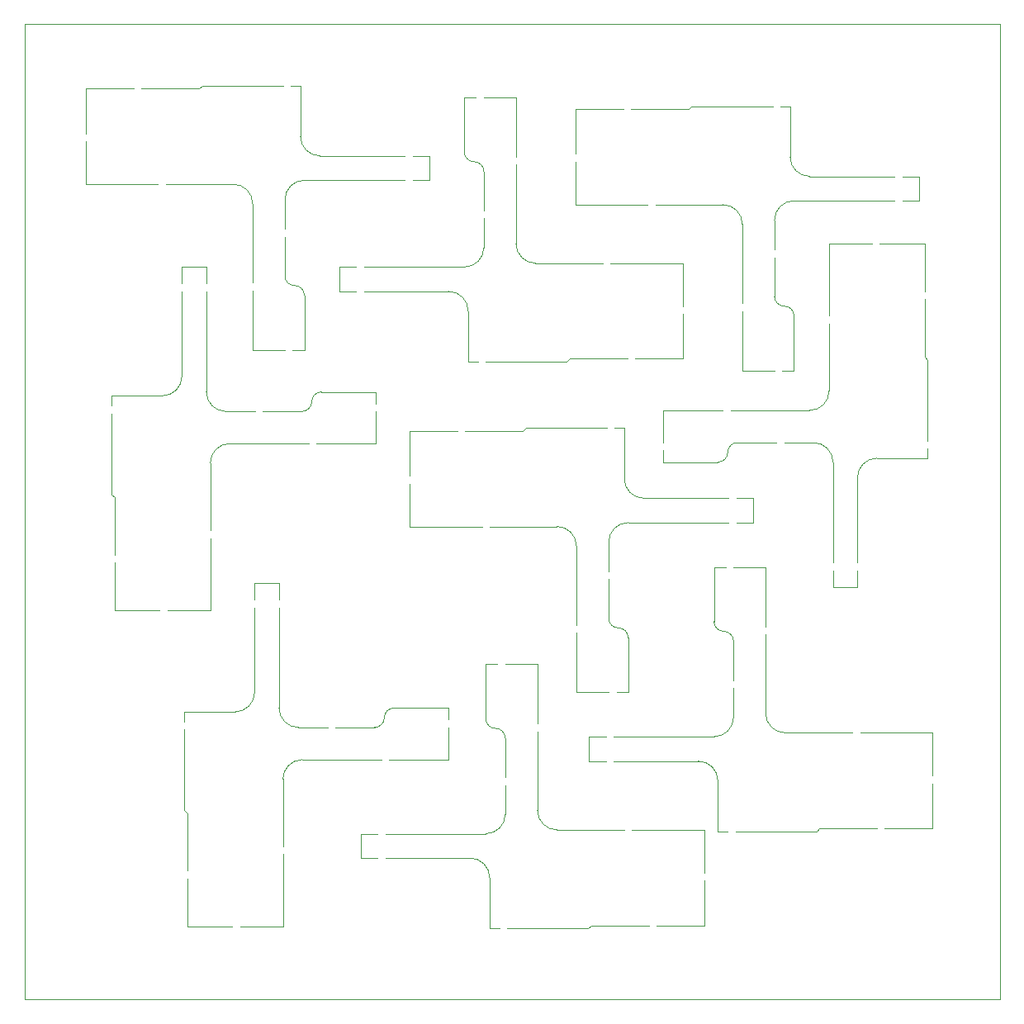
<source format=gko>
%FSLAX46Y46*%
%MOMM*%
%ADD11C,0.000000*%
%ADD10C,0.010000*%
G01*
%LPD*%
G01*
%LPD*%
D10*
X0Y0D02*
X0Y100000000D01*
D10*
X0Y100000000D02*
X100000000Y100000000D01*
D10*
X100000000Y100000000D02*
X100000000Y0D01*
D10*
X100000000Y0D02*
X0Y0D01*
D11*
X46500000Y65400000D02*
X45500000Y65400000D01*
D11*
X76900000Y76900000D02*
X76900000Y79900000D01*
D11*
X68400000Y91600000D02*
X68100000Y91300000D01*
D11*
X93097367Y17547127D02*
X93097367Y22147127D01*
D11*
X70697367Y44347127D02*
X70697367Y38747127D01*
D11*
X48500000Y34400000D02*
X47300000Y34400000D01*
D11*
X18650000Y73400000D02*
X18650000Y75100000D01*
D11*
X73600000Y64500000D02*
X73600000Y70600000D01*
D11*
X91700000Y84400000D02*
X90000000Y84400000D01*
D11*
X65500000Y57100000D02*
X65500000Y60400000D01*
D11*
X76900000Y72100000D02*
X76900000Y76100000D01*
D11*
X69097367Y24447127D02*
X60397367Y24447127D01*
D11*
X71897367Y44347127D02*
X70697367Y44347127D01*
D11*
X28700000Y66600000D02*
X28700000Y72200000D01*
D11*
X34000000Y75100000D02*
X32300000Y75100000D01*
D11*
X18650000Y75100000D02*
X16150000Y75100000D01*
D11*
X52399999Y75500000D02*
X59300000Y75500000D01*
D11*
X32300000Y72600000D02*
X34000000Y72600000D01*
D11*
X69700000Y17400000D02*
X62300000Y17400000D01*
D11*
X57800000Y7300000D02*
X58100000Y7600000D01*
D11*
X81497367Y17547127D02*
X87397367Y17547127D01*
D11*
X82500000Y62399999D02*
X82500000Y69300000D01*
D11*
X92300000Y77500000D02*
X87700000Y77500000D01*
D11*
X8950000Y60900000D02*
X8950000Y61900000D01*
D11*
X77997366Y27347127D02*
X84897367Y27347127D01*
D11*
X51100000Y58300000D02*
X45200000Y58300000D01*
D11*
X9250000Y44800000D02*
X9250000Y39900000D01*
D11*
X92300000Y72600000D02*
X92300000Y77500000D01*
D11*
X45100000Y75100000D02*
X34800000Y75100000D01*
D11*
X43500000Y29900000D02*
X37900000Y29900000D01*
D11*
X47700000Y7300000D02*
X47700000Y12500000D01*
D11*
X50400000Y92500000D02*
X50400000Y86400000D01*
D11*
X47300000Y34400000D02*
X47300000Y28800000D01*
D11*
X36600000Y24600000D02*
X28500000Y24600000D01*
D11*
X16400000Y28500000D02*
X16400000Y29500000D01*
D11*
X56500000Y81500000D02*
X63900000Y81500000D01*
D11*
X61900000Y31500000D02*
X61900000Y37100000D01*
D11*
X78900000Y81900000D02*
X89200000Y81900000D01*
D11*
X41500000Y84000000D02*
X41500000Y86500000D01*
D11*
X65500000Y60400000D02*
X71600000Y60400000D01*
D11*
X36050000Y61100000D02*
X36050000Y62300000D01*
D11*
X61900000Y48900000D02*
X72200000Y48900000D01*
D11*
X48700000Y7300000D02*
X47700000Y7300000D01*
D11*
X51400000Y58600000D02*
X51100000Y58300000D01*
D11*
X82900000Y44000000D02*
X82900000Y42300000D01*
D11*
X49300000Y26800000D02*
X49300000Y22800000D01*
D11*
X90000000Y81900000D02*
X91700000Y81900000D01*
D11*
X69700000Y17400000D02*
X69700000Y13000000D01*
D11*
X45500000Y65400000D02*
X45500000Y70600000D01*
D11*
X56600000Y38400000D02*
X56600000Y46500000D01*
D11*
X28700000Y84000000D02*
X39000000Y84000000D01*
D11*
X45100000Y92500000D02*
X45100000Y86900000D01*
D11*
X59900000Y31500000D02*
X56600000Y31500000D01*
D11*
X70697367Y26947127D02*
X60397367Y26947127D01*
D11*
X56500000Y85900000D02*
X56500000Y81500000D01*
D11*
X78900000Y64500000D02*
X78900000Y70100000D01*
D11*
X92600000Y65600000D02*
X92300000Y65900000D01*
D11*
X19050000Y55000001D02*
X19050000Y48100000D01*
D11*
X58100000Y7600000D02*
X64000000Y7600000D01*
D11*
X28300000Y93700000D02*
X28300000Y88500000D01*
D11*
X75997367Y37447127D02*
X75997367Y29347127D01*
D11*
X47100000Y80100000D02*
X47100000Y77100000D01*
D11*
X16400000Y27700000D02*
X16400000Y19400000D01*
D11*
X57897367Y24447127D02*
X59597367Y24447127D01*
D11*
X39500000Y52900000D02*
X39500000Y48500000D01*
D11*
X36050000Y60300000D02*
X36050000Y57000000D01*
D11*
X60700000Y31500000D02*
X61900000Y31500000D01*
D11*
X81197367Y17247127D02*
X81497367Y17547127D01*
D11*
X47300000Y65400000D02*
X55600000Y65400000D01*
D11*
X30300000Y86500000D02*
X39000000Y86500000D01*
D11*
X26100000Y29900000D02*
X26100000Y40200000D01*
D11*
X26700000Y74200000D02*
X26700000Y78200000D01*
D11*
X23650000Y60300000D02*
X20650000Y60300000D01*
D11*
X74700000Y51400000D02*
X73000000Y51400000D01*
D11*
X59597367Y26947127D02*
X57897367Y26947127D01*
D11*
X49300000Y34400000D02*
X52600000Y34400000D01*
D11*
X43500000Y72600000D02*
X34800000Y72600000D01*
D11*
X9250000Y51500000D02*
X9250000Y45600000D01*
D11*
X65500000Y55100000D02*
X71100000Y55100000D01*
D11*
X6300000Y93400000D02*
X6300000Y88800000D01*
D11*
X91700000Y81900000D02*
X91700000Y84400000D01*
D11*
X11200000Y93400000D02*
X6300000Y93400000D01*
D11*
X77700000Y64500000D02*
X78900000Y64500000D01*
D11*
X82500000Y77500000D02*
X82500000Y70100000D01*
D11*
X16700000Y12400000D02*
X16700000Y7500000D01*
D11*
X69700000Y13000000D02*
X69700000Y17400000D01*
D11*
X56600000Y31500000D02*
X56600000Y37600000D01*
D11*
X71097367Y17247127D02*
X71097367Y22447127D01*
D11*
X35900000Y27900000D02*
X31900000Y27900000D01*
D11*
X47100000Y92500000D02*
X50400000Y92500000D01*
D11*
X71600001Y81500000D02*
X64700000Y81500000D01*
D11*
X23400000Y73500000D02*
X23400000Y81600000D01*
D11*
X18200000Y93700000D02*
X17900000Y93400000D01*
D11*
X34500000Y17000000D02*
X34500000Y14500000D01*
D11*
X8950000Y61900000D02*
X14150000Y61900000D01*
D11*
X46300000Y92500000D02*
X45100000Y92500000D01*
D11*
X27300000Y93700000D02*
X28300000Y93700000D01*
D11*
X26500000Y7500000D02*
X26500000Y14900000D01*
D11*
X26500000Y22600001D02*
X26500000Y15700000D01*
D11*
X77900000Y57100000D02*
X80900000Y57100000D01*
D11*
X34500000Y14500000D02*
X36200000Y14500000D01*
D11*
X49300000Y22000000D02*
X49300000Y19000000D01*
D11*
X45700000Y14500000D02*
X37000000Y14500000D01*
D11*
X8950000Y51800000D02*
X9250000Y51500000D01*
D11*
X36050000Y62300000D02*
X30450000Y62300000D01*
D11*
X85400000Y42300000D02*
X85400000Y44000000D01*
D11*
X29150000Y57000000D02*
X21050000Y57000000D01*
D11*
X59700000Y58600000D02*
X51400000Y58600000D01*
D11*
X69700000Y7600000D02*
X69700000Y12200000D01*
D11*
X76900000Y64500000D02*
X73600000Y64500000D01*
D11*
X63500000Y51400000D02*
X72200000Y51400000D01*
D11*
X16700000Y19100000D02*
X16700000Y13200000D01*
D11*
X8950000Y60100000D02*
X8950000Y51800000D01*
D11*
X44400000Y58300000D02*
X39500000Y58300000D01*
D11*
X67500000Y65700000D02*
X67500000Y70300000D01*
D11*
X16700000Y7500000D02*
X21300000Y7500000D01*
D11*
X60500000Y58600000D02*
X61500000Y58600000D01*
D11*
X43500000Y24600000D02*
X37400000Y24600000D01*
D11*
X16150000Y75100000D02*
X16150000Y73400000D01*
D11*
X72697367Y44347127D02*
X75997367Y44347127D01*
D11*
X43500000Y27900000D02*
X43500000Y24600000D01*
D11*
X36200000Y17000000D02*
X34500000Y17000000D01*
D11*
X54600001Y48500000D02*
X47700000Y48500000D01*
D11*
X77500000Y91600000D02*
X78500000Y91600000D01*
D11*
X64800000Y7600000D02*
X69700000Y7600000D01*
D11*
X9250000Y39900000D02*
X13850000Y39900000D01*
D11*
X23600000Y42700000D02*
X23600000Y41000000D01*
D11*
X73000000Y48900000D02*
X74700000Y48900000D01*
D11*
X47100000Y84900000D02*
X47100000Y80900000D01*
D11*
X92600000Y57300000D02*
X92600000Y65600000D01*
D11*
X73600000Y71400000D02*
X73600000Y79500000D01*
D11*
X18650000Y62300000D02*
X18650000Y72600000D01*
D11*
X41500000Y86500000D02*
X39800000Y86500000D01*
D11*
X62600000Y65700000D02*
X67500000Y65700000D01*
D11*
X27500000Y66600000D02*
X28700000Y66600000D01*
D11*
X85400000Y53500000D02*
X85400000Y44800000D01*
D11*
X39800000Y84000000D02*
X41500000Y84000000D01*
D11*
X61400000Y91300000D02*
X56500000Y91300000D01*
D11*
X67500000Y71100000D02*
X67500000Y75500000D01*
D11*
X52600000Y34400000D02*
X52600000Y28300000D01*
D11*
X61500000Y58600000D02*
X61500000Y53400000D01*
D11*
X26100000Y42700000D02*
X23600000Y42700000D01*
D11*
X17900000Y93400000D02*
X12000000Y93400000D01*
D11*
X21400001Y83600000D02*
X14500000Y83600000D01*
D11*
X50400000Y85600000D02*
X50400000Y77500000D01*
D11*
X92600000Y55500000D02*
X87400000Y55500000D01*
D11*
X72400000Y60400000D02*
X80500000Y60400000D01*
D11*
X80500000Y84400000D02*
X89200000Y84400000D01*
D11*
X6300000Y88000000D02*
X6300000Y83600000D01*
D11*
X82900000Y55100000D02*
X82900000Y44800000D01*
D11*
X65500000Y56300000D02*
X65500000Y55100000D01*
D11*
X19050000Y39900000D02*
X19050000Y47300000D01*
D11*
X72697367Y36747127D02*
X72697367Y32747127D01*
D11*
X54599999Y17400000D02*
X61500000Y17400000D01*
D11*
X92300000Y65900000D02*
X92300000Y71800000D01*
D11*
X55600000Y65400000D02*
X55900000Y65700000D01*
D11*
X26100000Y41000000D02*
X26100000Y42700000D01*
D11*
X56500000Y91300000D02*
X56500000Y86700000D01*
D11*
X23600000Y31500000D02*
X23600000Y40200000D01*
D11*
X49500000Y7300000D02*
X57800000Y7300000D01*
D11*
X72697367Y31947127D02*
X72697367Y28947127D01*
D11*
X39500000Y58300000D02*
X39500000Y53700000D01*
D11*
X59900000Y43900000D02*
X59900000Y46900000D01*
D11*
X23400000Y66600000D02*
X23400000Y72700000D01*
D11*
X93097367Y22947127D02*
X93097367Y27347127D01*
D11*
X72097367Y17247127D02*
X71097367Y17247127D01*
D11*
X26500000Y93700000D02*
X18200000Y93700000D01*
D11*
X82900000Y42300000D02*
X85400000Y42300000D01*
D11*
X36050000Y57000000D02*
X29950000Y57000000D01*
D11*
X86900000Y77500000D02*
X82500000Y77500000D01*
D11*
X55900000Y65700000D02*
X61800000Y65700000D01*
D11*
X39500000Y48500000D02*
X46900000Y48500000D01*
D11*
X32300000Y75100000D02*
X32300000Y72600000D01*
D11*
X6300000Y83600000D02*
X13700000Y83600000D01*
D11*
X26700000Y66600000D02*
X23400000Y66600000D01*
D11*
X68100000Y91300000D02*
X62200000Y91300000D01*
D11*
X28450000Y60300000D02*
X24450000Y60300000D01*
D11*
X14650000Y39900000D02*
X19050000Y39900000D01*
D11*
X67500000Y75500000D02*
X60100000Y75500000D01*
D11*
X31100000Y27900000D02*
X28100000Y27900000D01*
D11*
X16150000Y63900000D02*
X16150000Y72600000D01*
D11*
X22100000Y7500000D02*
X26500000Y7500000D01*
D11*
X75997367Y44347127D02*
X75997367Y38247127D01*
D11*
X76700000Y91600000D02*
X68400000Y91600000D01*
D11*
X59900000Y39100000D02*
X59900000Y43100000D01*
D11*
X47300000Y17000000D02*
X37000000Y17000000D01*
D11*
X74700000Y48900000D02*
X74700000Y51400000D01*
D11*
X57897367Y26947127D02*
X57897367Y24447127D01*
D11*
X52600000Y27500000D02*
X52600000Y19400000D01*
D11*
X26700000Y79000000D02*
X26700000Y82000000D01*
D11*
X88197367Y17547127D02*
X93097367Y17547127D01*
D11*
X43500000Y28700000D02*
X43500000Y29900000D01*
D11*
X16400000Y29500000D02*
X21600000Y29500000D01*
D11*
X73100000Y57100000D02*
X77100000Y57100000D01*
D11*
X72897367Y17247127D02*
X81197367Y17247127D01*
D11*
X78500000Y91600000D02*
X78500000Y86400000D01*
D11*
X16400000Y19400000D02*
X16700000Y19100000D01*
D11*
X92600000Y56500000D02*
X92600000Y55500000D01*
D11*
X93097367Y27347127D02*
X85697367Y27347127D01*
G75*
D11*
G03*
X73100000Y57100000D02*
X72100000Y56100000I0J-1000000D01*
D11*
G03*
X37900000Y29900000D02*
X36900000Y28900000I0J-1000000D01*
D11*
G03*
X14150000Y61900000D02*
X16150000Y63900000I0J2000000D01*
D11*
G03*
X61900000Y48900000D02*
X59900000Y46900000I0J-2000000D01*
D11*
G03*
X28700000Y72200000D02*
X27700000Y73200000I-1000000J0D01*
D11*
G03*
X21600000Y29500000D02*
X23600000Y31500000I0J2000000D01*
D11*
G03*
X78900000Y81900000D02*
X76900000Y79900000I0J-2000000D01*
D11*
G03*
X21050000Y57000000D02*
X19050000Y55000001I-1J-2000001D01*
D11*
G03*
X52600000Y19400000D02*
X54599999Y17400000I2000000J-1D01*
D11*
G03*
X23400000Y81600000D02*
X21400001Y83600000I-2000001J0D01*
D11*
G03*
X80500000Y60400000D02*
X82500000Y62399999I0J2000000D01*
D11*
G03*
X35900000Y27900000D02*
X36900000Y28900000I0J1000000D01*
D11*
G03*
X28300000Y88500000D02*
X30300000Y86500000I2000000J0D01*
D11*
G03*
X45100000Y75100000D02*
X47100000Y77100000I0J2000000D01*
D11*
G03*
X61900000Y37100000D02*
X60900000Y38100000I-1000000J0D01*
D11*
G03*
X56600000Y46500000D02*
X54600001Y48500000I-2000001J0D01*
D11*
G03*
X18650000Y62300000D02*
X20650000Y60300000I2000000J0D01*
D11*
G03*
X26100000Y29900000D02*
X28100000Y27900000I2000000J0D01*
D11*
G03*
X76900000Y72100000D02*
X77900000Y71100000I1000000J0D01*
D11*
G03*
X71097367Y22447127D02*
X69097367Y24447127I-2000000J0D01*
D11*
G03*
X47300000Y17000000D02*
X49300000Y19000000I0J2000000D01*
D11*
G03*
X47100000Y84900000D02*
X46100000Y85900000I-1000000J0D01*
D11*
G03*
X70697367Y38747127D02*
X71697367Y37747127I1000000J0D01*
D11*
G03*
X75997367Y29347127D02*
X77997366Y27347127I2000000J-1D01*
D11*
G03*
X78900000Y70100000D02*
X77900000Y71100000I-1000000J0D01*
D11*
G03*
X59900000Y39100000D02*
X60900000Y38100000I1000000J0D01*
D11*
G03*
X30450000Y62300000D02*
X29450000Y61300000I0J-1000000D01*
D11*
G03*
X78500000Y86400000D02*
X80500000Y84400000I2000000J0D01*
D11*
G03*
X28700000Y84000000D02*
X26700000Y82000000I0J-2000000D01*
D11*
G03*
X45100000Y86900000D02*
X46100000Y85900000I1000000J0D01*
D11*
G03*
X28500000Y24600000D02*
X26500000Y22600001I-1J-2000001D01*
D11*
G03*
X87400000Y55500000D02*
X85400000Y53500000I0J-2000000D01*
D11*
G03*
X47300000Y28800000D02*
X48300000Y27800000I1000000J0D01*
D11*
G03*
X47700000Y12500000D02*
X45700000Y14500000I-2000000J0D01*
D11*
G03*
X28450000Y60300000D02*
X29450000Y61300000I0J1000000D01*
D11*
G03*
X72697367Y36747127D02*
X71697367Y37747127I-1000000J0D01*
D11*
G03*
X73600000Y79500000D02*
X71600001Y81500000I-2000001J0D01*
D11*
G03*
X70697367Y26947127D02*
X72697367Y28947127I0J2000000D01*
D11*
G03*
X45500000Y70600000D02*
X43500000Y72600000I-2000000J0D01*
D11*
G03*
X61500000Y53400000D02*
X63500000Y51400000I2000000J0D01*
D11*
G03*
X82900000Y55100000D02*
X80900000Y57100000I-2000000J0D01*
D11*
G03*
X26700000Y74200000D02*
X27700000Y73200000I1000000J0D01*
D11*
G03*
X50400000Y77500000D02*
X52399999Y75500000I2000000J-1D01*
D11*
G03*
X49300000Y26800000D02*
X48300000Y27800000I-1000000J0D01*
D11*
G03*
X71100000Y55100000D02*
X72100000Y56100000I0J1000000D01*
M02*

</source>
